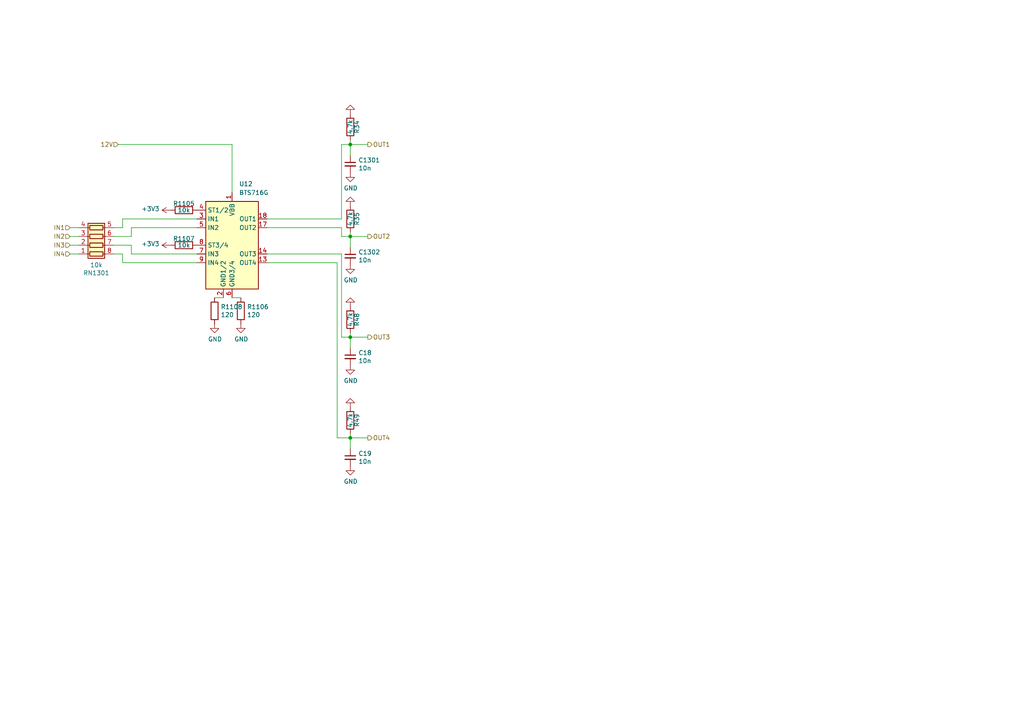
<source format=kicad_sch>
(kicad_sch (version 20211123) (generator eeschema)
  (paper "A4")
  (title_block (title "rusEfi Proteus") (date "2022-04-09") (rev "v0.7") (company "rusEFI") (comment 1 "github.com/mck1117/proteus") (comment 2 "rusefi.com/s/proteus"))
  (lib_symbols
    (symbol "Device:C_Small" (pin_numbers hide) (pin_names (offset 0.254) hide)
      (property "Reference" "C" (at 0.254 1.778 0))
      (property "Value" "C_Small" (at 0.254 -2.032 0))
      (symbol "C_Small_0_1"
        (polyline (pts (xy -1.524 -0.508) (xy 1.524 -0.508)) (stroke (width 0.3302)))
        (polyline (pts (xy -1.524 0.508) (xy 1.524 0.508)) (stroke (width 0.3048)))
      )
      (symbol "C_Small_1_1"
        (pin passive line (at 0 2.54 270) (length 2.032) (name "~") (number "1"))
        (pin passive line (at 0 -2.54 90) (length 2.032) (name "~") (number "2"))
      )
    )
    (symbol "Device:R" (pin_numbers hide) (pin_names (offset 0))
      (property "Reference" "R" (at 2.032 0 90))
      (property "Value" "R" (at 0 0 90))
      (symbol "R_0_1"
        (rectangle (start -1.016 -2.54) (end 1.016 2.54) (stroke (width 0.254)))
      )
      (symbol "R_1_1"
        (pin passive line (at 0 3.81 270) (length 1.27) (name "~") (number "1"))
        (pin passive line (at 0 -3.81 90) (length 1.27) (name "~") (number "2"))
      )
    )
    (symbol "Device:R_Pack04" (pin_names (offset 0) hide)
      (property "Reference" "RN" (at -7.62 0 90))
      (property "Value" "R_Pack04" (at 5.08 0 90))
      (symbol "R_Pack04_0_1"
        (rectangle (start -6.35 -2.413) (end 3.81 2.413) (stroke (width 0.254)) (fill (type background)))
        (rectangle (start -5.715 1.905) (end -4.445 -1.905) (stroke (width 0.254)))
        (rectangle (start -3.175 1.905) (end -1.905 -1.905) (stroke (width 0.254)))
        (rectangle (start -0.635 1.905) (end 0.635 -1.905) (stroke (width 0.254)))
        (polyline (pts (xy -5.08 -2.54) (xy -5.08 -1.905)))
        (polyline (pts (xy -5.08 1.905) (xy -5.08 2.54)))
        (polyline (pts (xy -2.54 -2.54) (xy -2.54 -1.905)))
        (polyline (pts (xy -2.54 1.905) (xy -2.54 2.54)))
        (polyline (pts (xy 0 -2.54) (xy 0 -1.905)))
        (polyline (pts (xy 0 1.905) (xy 0 2.54)))
        (polyline (pts (xy 2.54 -2.54) (xy 2.54 -1.905)))
        (polyline (pts (xy 2.54 1.905) (xy 2.54 2.54)))
        (rectangle (start 1.905 1.905) (end 3.175 -1.905) (stroke (width 0.254)))
      )
      (symbol "R_Pack04_1_1"
        (pin passive line (at -5.08 -5.08 90) (length 2.54) (name "R1.1") (number "1"))
        (pin passive line (at -2.54 -5.08 90) (length 2.54) (name "R2.1") (number "2"))
        (pin passive line (at 0 -5.08 90) (length 2.54) (name "R3.1") (number "3"))
        (pin passive line (at 2.54 -5.08 90) (length 2.54) (name "R4.1") (number "4"))
        (pin passive line (at 2.54 5.08 270) (length 2.54) (name "R4.2") (number "5"))
        (pin passive line (at 0 5.08 270) (length 2.54) (name "R3.2") (number "6"))
        (pin passive line (at -2.54 5.08 270) (length 2.54) (name "R2.2") (number "7"))
        (pin passive line (at -5.08 5.08 270) (length 2.54) (name "R1.2") (number "8"))
      )
    )
    (symbol "Power_Management:BTS716G"
      (property "Reference" "U" (at -6.35 13.97 0))
      (property "Value" "BTS716G" (at 5.08 13.97 0))
      (symbol "BTS716G_0_1"
        (rectangle (start -7.62 12.7) (end 7.62 -12.7) (stroke (width 0.254)) (fill (type background)))
      )
      (symbol "BTS716G_1_1"
        (pin power_in line (at 0 15.24 270) (length 2.54) (name "VBB") (number "1"))
        (pin passive line (at 0 15.24 270) (length 2.54) hide (name "VBB") (number "10"))
        (pin passive line (at 0 15.24 270) (length 2.54) hide (name "VBB") (number "11"))
        (pin passive line (at 0 15.24 270) (length 2.54) hide (name "VBB") (number "12"))
        (pin open_emitter line (at 10.16 -5.08 180) (length 2.54) (name "OUT4") (number "13"))
        (pin open_emitter line (at 10.16 -2.54 180) (length 2.54) (name "OUT3") (number "14"))
        (pin passive line (at 0 15.24 270) (length 2.54) hide (name "VBB") (number "15"))
        (pin passive line (at 0 15.24 270) (length 2.54) hide (name "VBB") (number "16"))
        (pin open_emitter line (at 10.16 5.08 180) (length 2.54) (name "OUT2") (number "17"))
        (pin open_emitter line (at 10.16 7.62 180) (length 2.54) (name "OUT1") (number "18"))
        (pin passive line (at 0 15.24 270) (length 2.54) hide (name "VBB") (number "19"))
        (pin power_in line (at -2.54 -15.24 90) (length 2.54) (name "GND1/2") (number "2"))
        (pin passive line (at 0 15.24 270) (length 2.54) hide (name "VBB") (number "20"))
        (pin input line (at -10.16 7.62 0) (length 2.54) (name "IN1") (number "3"))
        (pin open_collector line (at -10.16 10.16 0) (length 2.54) (name "ST1/2") (number "4"))
        (pin input line (at -10.16 5.08 0) (length 2.54) (name "IN2") (number "5"))
        (pin power_in line (at 0 -15.24 90) (length 2.54) (name "GND3/4") (number "6"))
        (pin input line (at -10.16 -2.54 0) (length 2.54) (name "IN3") (number "7"))
        (pin open_collector line (at -10.16 0 0) (length 2.54) (name "ST3/4") (number "8"))
        (pin input line (at -10.16 -5.08 0) (length 2.54) (name "IN4") (number "9"))
      )
    )
    (symbol "power:+3.3V" (power) (pin_names (offset 0))
      (property "Value" "+3.3V" (at 0 3.556 0))
      (symbol "+3.3V_0_1"
        (polyline (pts (xy -0.762 1.27) (xy 0 2.54)))
        (polyline (pts (xy 0 0) (xy 0 2.54)))
        (polyline (pts (xy 0 2.54) (xy 0.762 1.27)))
      )
      (symbol "+3.3V_1_1"
        (pin power_in line (at 0 0 90) (length 0) hide (name "+3V3") (number "1"))
      )
    )
    (symbol "power:GND" (power) (pin_names (offset 0))
      (property "Value" "GND" (at 0 -3.81 0))
      (symbol "GND_0_1"
        (polyline (pts (xy 0 0) (xy 0 -1.27) (xy 1.27 -1.27) (xy 0 -2.54) (xy -1.27 -1.27) (xy 0 -1.27)))
      )
      (symbol "GND_1_1"
        (pin power_in line (at 0 0 270) (length 0) hide (name "GND") (number "1"))
      )
    )
  )
  (junction (at 101.6 68.58))
  (junction (at 101.6 97.79))
  (junction (at 101.6 127))
  (junction (at 101.6 41.91))
  (wire (pts (xy 77.47 76.2) (xy 97.79 76.2)))
  (wire (pts (xy 33.02 71.12) (xy 38.1 71.12)))
  (wire (pts (xy 101.6 127) (xy 106.68 127)))
  (wire (pts (xy 99.06 63.5) (xy 99.06 41.91)))
  (wire (pts (xy 99.06 66.04) (xy 99.06 68.58)))
  (wire (pts (xy 67.31 41.91) (xy 67.31 55.88)))
  (wire (pts (xy 35.56 66.04) (xy 35.56 63.5)))
  (wire (pts (xy 20.32 73.66) (xy 22.86 73.66)))
  (wire (pts (xy 101.6 68.58) (xy 106.68 68.58)))
  (wire (pts (xy 101.6 96.52) (xy 101.6 97.79)))
  (wire (pts (xy 20.32 68.58) (xy 22.86 68.58)))
  (wire (pts (xy 101.6 41.91) (xy 101.6 45.085)))
  (wire (pts (xy 101.6 68.58) (xy 101.6 71.755)))
  (wire (pts (xy 35.56 73.66) (xy 35.56 76.2)))
  (wire (pts (xy 97.79 127) (xy 101.6 127)))
  (wire (pts (xy 97.79 76.2) (xy 97.79 127)))
  (wire (pts (xy 38.1 71.12) (xy 38.1 73.66)))
  (wire (pts (xy 34.29 41.91) (xy 67.31 41.91)))
  (wire (pts (xy 77.47 63.5) (xy 99.06 63.5)))
  (wire (pts (xy 77.47 66.04) (xy 99.06 66.04)))
  (wire (pts (xy 99.06 41.91) (xy 101.6 41.91)))
  (wire (pts (xy 101.6 97.79) (xy 101.6 100.965)))
  (wire (pts (xy 22.86 71.12) (xy 20.32 71.12)))
  (wire (pts (xy 101.6 41.91) (xy 106.68 41.91)))
  (wire (pts (xy 33.02 68.58) (xy 38.1 68.58)))
  (wire (pts (xy 101.6 97.79) (xy 106.68 97.79)))
  (wire (pts (xy 38.1 73.66) (xy 57.15 73.66)))
  (wire (pts (xy 35.56 76.2) (xy 57.15 76.2)))
  (wire (pts (xy 38.1 66.04) (xy 38.1 68.58)))
  (wire (pts (xy 101.6 67.31) (xy 101.6 68.58)))
  (wire (pts (xy 67.31 86.36) (xy 69.85 86.36)))
  (wire (pts (xy 33.02 66.04) (xy 35.56 66.04)))
  (wire (pts (xy 101.6 127) (xy 101.6 130.175)))
  (wire (pts (xy 62.23 86.36) (xy 64.77 86.36)))
  (wire (pts (xy 33.02 73.66) (xy 35.56 73.66)))
  (wire (pts (xy 101.6 40.64) (xy 101.6 41.91)))
  (wire (pts (xy 99.06 73.66) (xy 99.06 97.79)))
  (wire (pts (xy 35.56 63.5) (xy 57.15 63.5)))
  (wire (pts (xy 101.6 125.73) (xy 101.6 127)))
  (wire (pts (xy 77.47 73.66) (xy 99.06 73.66)))
  (wire (pts (xy 57.15 66.04) (xy 38.1 66.04)))
  (wire (pts (xy 22.86 66.04) (xy 20.32 66.04)))
  (wire (pts (xy 99.06 97.79) (xy 101.6 97.79)))
  (wire (pts (xy 99.06 68.58) (xy 101.6 68.58)))
  (hierarchical_label "OUT2" (shape output) (at 106.68 68.58 0))
  (hierarchical_label "IN1" (shape input) (at 20.32 66.04 180))
  (hierarchical_label "OUT1" (shape output) (at 106.68 41.91 0))
  (hierarchical_label "IN2" (shape input) (at 20.32 68.58 180))
  (hierarchical_label "OUT3" (shape output) (at 106.68 97.79 0))
  (hierarchical_label "IN4" (shape input) (at 20.32 73.66 180))
  (hierarchical_label "IN3" (shape input) (at 20.32 71.12 180))
  (hierarchical_label "12V" (shape input) (at 34.29 41.91 180))
  (hierarchical_label "OUT4" (shape output) (at 106.68 127 0))
  (symbol (lib_id "Device:R_Pack04") (at 27.94 68.58 270) (mirror x) (unit 1)
    (property "Reference" "RN1301" (at 27.94 79.1718 90))
    (property "Value" "10k" (at 27.94 76.8604 90))
    (property "Footprint" "Resistor_SMD:R_Array_Convex_4x0603" (effects hide))
    (property "PN" "CAT16-1002F4LF" (effects hide))
    (property "LCSC" "C29718" (effects hide))
    (property "LCSC_ext" "0" (effects hide))
  )
  (symbol (lib_id "Device:C_Small") (at 101.6 47.625 0) (unit 1)
    (property "Reference" "C1301" (at 103.9368 46.4566 0) (effects (justify left)))
    (property "Value" "10n" (at 103.9368 48.768 0) (effects (justify left)))
    (property "Footprint" "Capacitor_SMD:C_0603_1608Metric" (effects hide))
    (property "LCSC" "C57112" (effects hide))
    (property "LCSC_ext" "0" (effects hide))
  )
  (symbol (lib_id "Device:C_Small") (at 101.6 74.295 0) (unit 1)
    (property "Reference" "C1302" (at 103.9368 73.1266 0) (effects (justify left)))
    (property "Value" "10n" (at 103.9368 75.438 0) (effects (justify left)))
    (property "Footprint" "Capacitor_SMD:C_0603_1608Metric" (effects hide))
    (property "LCSC" "C57112" (effects hide))
    (property "LCSC_ext" "0" (effects hide))
  )
  (symbol (lib_id "power:GND") (at 69.85 93.98 0) (unit 1)
    (property "Reference" "#PWR0291" (effects hide))
    (property "Value" "GND" (at 69.977 98.3742 0))
  )
  (symbol (lib_id "power:GND") (at 101.6 50.165 0) (unit 1)
    (property "Reference" "#PWR0292" (effects hide))
    (property "Value" "GND" (at 101.727 54.5592 0))
  )
  (symbol (lib_id "Device:R") (at 69.85 90.17 0) (unit 1)
    (property "Reference" "R1106" (at 71.628 89.0016 0) (effects (justify left)))
    (property "Value" "120" (at 71.628 91.313 0) (effects (justify left)))
    (property "Footprint" "Resistor_SMD:R_0603_1608Metric" (effects hide))
    (property "LCSC" "C22787" (effects hide))
    (property "LCSC_ext" "0" (effects hide))
  )
  (symbol (lib_id "Device:R") (at 53.34 60.96 270) (unit 1)
    (property "Reference" "R1105" (at 53.34 59.055 90))
    (property "Value" "10k" (at 53.34 60.96 90))
    (property "Footprint" "Resistor_SMD:R_0402_1005Metric" (effects hide))
    (property "LCSC" "C25744" (effects hide))
    (property "LCSC_ext" "0" (effects hide))
  )
  (symbol (lib_id "power:+3.3V") (at 49.53 60.96 90) (unit 1)
    (property "Reference" "#PWR0293" (effects hide))
    (property "Value" "+3.3V" (at 46.2788 60.579 90) (effects (justify left)))
  )
  (symbol (lib_id "power:GND") (at 62.23 93.98 0) (unit 1)
    (property "Reference" "#PWR0294" (effects hide))
    (property "Value" "GND" (at 62.357 98.3742 0))
  )
  (symbol (lib_id "power:GND") (at 101.6 76.835 0) (unit 1)
    (property "Reference" "#PWR0295" (effects hide))
    (property "Value" "GND" (at 101.727 81.2292 0))
  )
  (symbol (lib_id "Device:R") (at 62.23 90.17 0) (unit 1)
    (property "Reference" "R1108" (at 64.008 89.0016 0) (effects (justify left)))
    (property "Value" "120" (at 64.008 91.313 0) (effects (justify left)))
    (property "Footprint" "Resistor_SMD:R_0603_1608Metric" (effects hide))
    (property "LCSC" "C22787" (effects hide))
    (property "LCSC_ext" "0" (effects hide))
  )
  (symbol (lib_id "Device:R") (at 53.34 71.12 270) (unit 1)
    (property "Reference" "R1107" (at 53.34 69.215 90))
    (property "Value" "10k" (at 53.34 71.12 90))
    (property "Footprint" "Resistor_SMD:R_0402_1005Metric" (effects hide))
    (property "LCSC" "C25744" (effects hide))
    (property "LCSC_ext" "0" (effects hide))
  )
  (symbol (lib_id "power:+3.3V") (at 49.53 71.12 90) (unit 1)
    (property "Reference" "#PWR0296" (effects hide))
    (property "Value" "+3.3V" (at 46.2788 70.739 90) (effects (justify left)))
  )
  (symbol (lib_id "Device:R") (at 101.6 36.83 180) (unit 1)
    (property "Reference" "R34" (at 103.505 36.83 90))
    (property "Value" "4.7k" (at 101.6 36.83 90))
    (property "Footprint" "Resistor_SMD:R_0805_2012Metric" (effects hide))
    (property "LCSC" "C17673" (effects hide))
    (property "LCSC_ext" "0" (effects hide))
  )
  (symbol (lib_id "power:GND") (at 101.6 33.02 180) (unit 1)
    (property "Reference" "#PWR0120" (effects hide))
    (property "Value" "GND" (effects hide))
  )
  (symbol (lib_id "Device:R") (at 101.6 63.5 180) (unit 1)
    (property "Reference" "R35" (at 103.505 63.5 90))
    (property "Value" "4.7k" (at 101.6 63.5 90))
    (property "Footprint" "Resistor_SMD:R_0805_2012Metric" (effects hide))
    (property "LCSC" "C17673" (effects hide))
    (property "LCSC_ext" "0" (effects hide))
  )
  (symbol (lib_id "power:GND") (at 101.6 59.69 180) (unit 1)
    (property "Reference" "#PWR0121" (effects hide))
    (property "Value" "GND" (effects hide))
  )
  (symbol (lib_id "power:GND") (at 101.6 118.11 180) (unit 1)
    (property "Reference" "#PWR0155" (effects hide))
    (property "Value" "GND" (effects hide))
  )
  (symbol (lib_id "Device:R") (at 101.6 121.92 180) (unit 1)
    (property "Reference" "R49" (at 103.505 121.92 90))
    (property "Value" "4.7k" (at 101.6 121.92 90))
    (property "Footprint" "Resistor_SMD:R_0805_2012Metric" (effects hide))
    (property "LCSC" "C17673" (effects hide))
    (property "LCSC_ext" "0" (effects hide))
  )
  (symbol (lib_id "Power_Management:BTS716G") (at 67.31 71.12 0) (unit 1)
    (property "Reference" "U12" (at 69.3294 53.34 0) (effects (justify left)))
    (property "Value" "BTS716G" (at 69.3294 55.88 0) (effects (justify left)))
    (property "Footprint" "Package_SO:Infineon_PG-DSO-20-32" (effects hide))
    (property "Datasheet" "https://www.infineon.com/dgdl/Infineon-BTS716G-DS-v01_00-EN.pdf?fileId=5546d4625a888733015aa3be86601004" (effects hide))
  )
  (symbol (lib_id "Device:C_Small") (at 101.6 132.715 0) (unit 1)
    (property "Reference" "C19" (at 103.9368 131.5466 0) (effects (justify left)))
    (property "Value" "10n" (at 103.9368 133.858 0) (effects (justify left)))
    (property "Footprint" "Capacitor_SMD:C_0603_1608Metric" (effects hide))
    (property "LCSC" "C57112" (effects hide))
    (property "LCSC_ext" "0" (effects hide))
  )
  (symbol (lib_id "Device:R") (at 101.6 92.71 180) (unit 1)
    (property "Reference" "R48" (at 103.505 92.71 90))
    (property "Value" "4.7k" (at 101.6 92.71 90))
    (property "Footprint" "Resistor_SMD:R_0805_2012Metric" (effects hide))
    (property "LCSC" "C17673" (effects hide))
    (property "LCSC_ext" "0" (effects hide))
  )
  (symbol (lib_id "power:GND") (at 101.6 135.255 0) (unit 1)
    (property "Reference" "#PWR0156" (effects hide))
    (property "Value" "GND" (at 101.727 139.6492 0))
  )
  (symbol (lib_id "power:GND") (at 101.6 106.045 0) (unit 1)
    (property "Reference" "#PWR0158" (effects hide))
    (property "Value" "GND" (at 101.727 110.4392 0))
  )
  (symbol (lib_id "Device:C_Small") (at 101.6 103.505 0) (unit 1)
    (property "Reference" "C18" (at 103.9368 102.3366 0) (effects (justify left)))
    (property "Value" "10n" (at 103.9368 104.648 0) (effects (justify left)))
    (property "Footprint" "Capacitor_SMD:C_0603_1608Metric" (effects hide))
    (property "LCSC" "C57112" (effects hide))
    (property "LCSC_ext" "0" (effects hide))
  )
  (symbol (lib_id "power:GND") (at 101.6 88.9 180) (unit 1)
    (property "Reference" "#PWR0157" (effects hide))
    (property "Value" "GND" (effects hide))
  )
)
</source>
